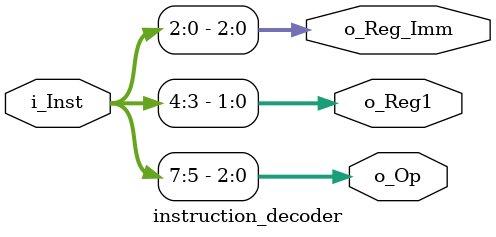
<source format=v>
(* keep *) module instruction_decoder (
    input [7:0] i_Inst,
    output [2:0] o_Op,
    output [1:0] o_Reg1,
    output [2:0] o_Reg_Imm
);
    
assign o_Op = i_Inst[7:5];
assign o_Reg1 = i_Inst[4:3];
assign o_Reg_Imm = i_Inst [2:0];

endmodule
</source>
